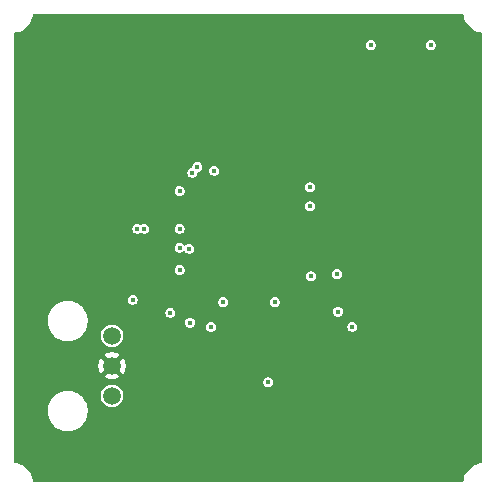
<source format=gbr>
%TF.GenerationSoftware,KiCad,Pcbnew,9.0.3*%
%TF.CreationDate,2025-07-26T12:32:41+02:00*%
%TF.ProjectId,DigitalAudioProcessor,44696769-7461-46c4-9175-64696f50726f,rev?*%
%TF.SameCoordinates,Original*%
%TF.FileFunction,Copper,L2,Inr*%
%TF.FilePolarity,Positive*%
%FSLAX46Y46*%
G04 Gerber Fmt 4.6, Leading zero omitted, Abs format (unit mm)*
G04 Created by KiCad (PCBNEW 9.0.3) date 2025-07-26 12:32:41*
%MOMM*%
%LPD*%
G01*
G04 APERTURE LIST*
%TA.AperFunction,ComponentPad*%
%ADD10C,1.500000*%
%TD*%
%TA.AperFunction,ViaPad*%
%ADD11C,0.450000*%
%TD*%
G04 APERTURE END LIST*
D10*
%TO.N,/SPDIF_IN*%
%TO.C,U1*%
X138450000Y-112540000D03*
%TO.N,GND*%
X138450000Y-110000000D03*
%TO.N,Net-(U1-VCC)*%
X138450000Y-107460000D03*
%TD*%
D11*
%TO.N,GND*%
X136200000Y-100400000D03*
X142625000Y-101900000D03*
X142630000Y-97700000D03*
X160700000Y-100800000D03*
X144700000Y-115000000D03*
X154800000Y-83400000D03*
X161825000Y-96700000D03*
X147100000Y-91925000D03*
X140800000Y-118600000D03*
X151100000Y-97600000D03*
X135337500Y-87475000D03*
X151100000Y-99000000D03*
X156500000Y-92500000D03*
X152500000Y-96200000D03*
X139000000Y-102900000D03*
X152500000Y-97600000D03*
X147600000Y-113900000D03*
X166400000Y-115700000D03*
X167500000Y-102900000D03*
X145890000Y-102750000D03*
X168300000Y-97700000D03*
X142625000Y-95200000D03*
X149700000Y-101800000D03*
X152500000Y-100400000D03*
X159800000Y-109700000D03*
X138830000Y-83100000D03*
X155100000Y-91800000D03*
X149000000Y-108900000D03*
X131300000Y-97400000D03*
X167400000Y-107300000D03*
X149700000Y-99000000D03*
X162637500Y-92900000D03*
X168300000Y-90000000D03*
X160500000Y-105900000D03*
X137100000Y-92400000D03*
X134100000Y-83400000D03*
X157800000Y-116500000D03*
X148300000Y-99000000D03*
X150200000Y-88500000D03*
X156800000Y-115000000D03*
X146900000Y-97600000D03*
X140000000Y-96800000D03*
X161700000Y-117800000D03*
X150600000Y-92500000D03*
X144870000Y-86790000D03*
X149700000Y-97600000D03*
X142625000Y-100000000D03*
X152500000Y-101800000D03*
X156775000Y-94900000D03*
X152500000Y-106100000D03*
X143925000Y-93400000D03*
X142200000Y-110300000D03*
X142100000Y-89200000D03*
X137840000Y-81650000D03*
X146900000Y-101800000D03*
X147600000Y-103715835D03*
X136837500Y-88575000D03*
X133800000Y-118400000D03*
X142625000Y-96800000D03*
X149700000Y-96200000D03*
X155740000Y-84790000D03*
X131200000Y-101600000D03*
X155300000Y-103975000D03*
X155400000Y-110600000D03*
X151100000Y-96200000D03*
X158190000Y-93460000D03*
X143300000Y-106800000D03*
X136200000Y-102200000D03*
X152500000Y-99000000D03*
X168800000Y-84900000D03*
X136200000Y-101300000D03*
X143580000Y-82870000D03*
X145600000Y-95200000D03*
X148300000Y-96200000D03*
X148300000Y-97600000D03*
X149500000Y-118100000D03*
X152100000Y-91900000D03*
X132600000Y-110000000D03*
X162900000Y-81300000D03*
X146900000Y-96200000D03*
X164800000Y-108600000D03*
X146700000Y-81200000D03*
X159900000Y-95600000D03*
X141500000Y-91700000D03*
X141980000Y-84540000D03*
X152500000Y-110600000D03*
X163500000Y-107600000D03*
X148300000Y-100400000D03*
X146900000Y-100400000D03*
X149700000Y-100400000D03*
X153775000Y-104600000D03*
X146900000Y-99000000D03*
X159700000Y-98600000D03*
X160300000Y-102300000D03*
X145900000Y-109100000D03*
X167120000Y-91050000D03*
X151100000Y-100400000D03*
X145700000Y-116500000D03*
X163900000Y-111600000D03*
X148300000Y-101800000D03*
X164600000Y-99600000D03*
X159500000Y-112300000D03*
X151100000Y-101800000D03*
X156775000Y-96500000D03*
X162900000Y-84100000D03*
X133837500Y-88575000D03*
%TO.N,+3.3V*%
X144175000Y-98400000D03*
X145690000Y-93160000D03*
X144175000Y-95200000D03*
X155225000Y-94900000D03*
X160360000Y-82850000D03*
X145260000Y-93650000D03*
X147875000Y-104600000D03*
X144175000Y-101900000D03*
X140200000Y-104412500D03*
X155300000Y-102425000D03*
X144175000Y-100000000D03*
%TO.N,Net-(J1-Pin_5)*%
X145000000Y-100080000D03*
X165440000Y-82850000D03*
%TO.N,/SPDIF_IN*%
X151690000Y-111390000D03*
%TO.N,VCC*%
X152225000Y-104600000D03*
X147107322Y-93492678D03*
X155225000Y-96500000D03*
X140600000Y-98400000D03*
X141200000Y-98400000D03*
%TO.N,/I2S_OUT_BCK*%
X157510000Y-102220000D03*
X146830000Y-106700000D03*
%TO.N,/I2S_OUT_DATA*%
X157580000Y-105410000D03*
X145060000Y-106340000D03*
%TO.N,/I2S_OUT_LRCK*%
X158800000Y-106700000D03*
X143400000Y-105500000D03*
%TD*%
%TA.AperFunction,Conductor*%
%TO.N,GND*%
G36*
X168197789Y-80222174D02*
G01*
X168218830Y-80264841D01*
X168230305Y-80352006D01*
X168291393Y-80579991D01*
X168381714Y-80798045D01*
X168381715Y-80798048D01*
X168499724Y-81002446D01*
X168499728Y-81002452D01*
X168643408Y-81189699D01*
X168810300Y-81356591D01*
X168997547Y-81500271D01*
X168997553Y-81500275D01*
X169201951Y-81618284D01*
X169420007Y-81708606D01*
X169647986Y-81769693D01*
X169647992Y-81769693D01*
X169647993Y-81769694D01*
X169666134Y-81772082D01*
X169735158Y-81781169D01*
X169784208Y-81809487D01*
X169799500Y-81854536D01*
X169799500Y-118145462D01*
X169777826Y-118197788D01*
X169735160Y-118218829D01*
X169647992Y-118230306D01*
X169647990Y-118230306D01*
X169647986Y-118230307D01*
X169544580Y-118258014D01*
X169420008Y-118291393D01*
X169201954Y-118381714D01*
X169201951Y-118381715D01*
X168997553Y-118499724D01*
X168997547Y-118499728D01*
X168810300Y-118643408D01*
X168643408Y-118810300D01*
X168499728Y-118997547D01*
X168499724Y-118997553D01*
X168381715Y-119201951D01*
X168381714Y-119201954D01*
X168291393Y-119420008D01*
X168230305Y-119647993D01*
X168218830Y-119735159D01*
X168190511Y-119784208D01*
X168145463Y-119799500D01*
X131854537Y-119799500D01*
X131802211Y-119777826D01*
X131781170Y-119735159D01*
X131769694Y-119647993D01*
X131769693Y-119647992D01*
X131769693Y-119647986D01*
X131708606Y-119420007D01*
X131618284Y-119201951D01*
X131604107Y-119177395D01*
X131500275Y-118997553D01*
X131500271Y-118997547D01*
X131356591Y-118810300D01*
X131189699Y-118643408D01*
X131002452Y-118499728D01*
X131002446Y-118499724D01*
X130798048Y-118381715D01*
X130798045Y-118381714D01*
X130579991Y-118291393D01*
X130501015Y-118270232D01*
X130352014Y-118230307D01*
X130352007Y-118230306D01*
X130264840Y-118218829D01*
X130215791Y-118190510D01*
X130200500Y-118145462D01*
X130200500Y-113698544D01*
X132999500Y-113698544D01*
X132999500Y-113921455D01*
X133028595Y-114142461D01*
X133086290Y-114357782D01*
X133171591Y-114563717D01*
X133171594Y-114563725D01*
X133283049Y-114756770D01*
X133283053Y-114756776D01*
X133418747Y-114933618D01*
X133576381Y-115091252D01*
X133753223Y-115226946D01*
X133753226Y-115226948D01*
X133946274Y-115338405D01*
X134152219Y-115423710D01*
X134367537Y-115481404D01*
X134588543Y-115510500D01*
X134588545Y-115510500D01*
X134811455Y-115510500D01*
X134811457Y-115510500D01*
X135032463Y-115481404D01*
X135247781Y-115423710D01*
X135453726Y-115338405D01*
X135646774Y-115226948D01*
X135742309Y-115153641D01*
X135823618Y-115091252D01*
X135823619Y-115091250D01*
X135823624Y-115091247D01*
X135981247Y-114933624D01*
X136116948Y-114756774D01*
X136228405Y-114563726D01*
X136313710Y-114357781D01*
X136371404Y-114142463D01*
X136400500Y-113921457D01*
X136400500Y-113698543D01*
X136371404Y-113477537D01*
X136313710Y-113262219D01*
X136228405Y-113056274D01*
X136116948Y-112863226D01*
X136116946Y-112863223D01*
X135981252Y-112686381D01*
X135823618Y-112528747D01*
X135788052Y-112501457D01*
X135716279Y-112446384D01*
X137499500Y-112446384D01*
X137499500Y-112633615D01*
X137536025Y-112817244D01*
X137536027Y-112817251D01*
X137555070Y-112863226D01*
X137607678Y-112990231D01*
X137711698Y-113145908D01*
X137844092Y-113278302D01*
X137999769Y-113382322D01*
X138172749Y-113453973D01*
X138356384Y-113490500D01*
X138356385Y-113490500D01*
X138543615Y-113490500D01*
X138543616Y-113490500D01*
X138727251Y-113453973D01*
X138900231Y-113382322D01*
X139055908Y-113278302D01*
X139188302Y-113145908D01*
X139292322Y-112990231D01*
X139363973Y-112817251D01*
X139400500Y-112633616D01*
X139400500Y-112446384D01*
X139363973Y-112262749D01*
X139292322Y-112089769D01*
X139188302Y-111934092D01*
X139055908Y-111801698D01*
X138900231Y-111697678D01*
X138900228Y-111697676D01*
X138900227Y-111697676D01*
X138727251Y-111626027D01*
X138727244Y-111626025D01*
X138588902Y-111598507D01*
X138543616Y-111589500D01*
X138356384Y-111589500D01*
X138320056Y-111596725D01*
X138172755Y-111626025D01*
X138172748Y-111626027D01*
X137999772Y-111697676D01*
X137844092Y-111801697D01*
X137844091Y-111801699D01*
X137711699Y-111934091D01*
X137711697Y-111934092D01*
X137607676Y-112089772D01*
X137536027Y-112262748D01*
X137536025Y-112262755D01*
X137499500Y-112446384D01*
X135716279Y-112446384D01*
X135646776Y-112393053D01*
X135646770Y-112393049D01*
X135453725Y-112281594D01*
X135453717Y-112281591D01*
X135247782Y-112196290D01*
X135032461Y-112138595D01*
X134869647Y-112117160D01*
X134811457Y-112109500D01*
X134588543Y-112109500D01*
X134537122Y-112116269D01*
X134367538Y-112138595D01*
X134152217Y-112196290D01*
X133946282Y-112281591D01*
X133946274Y-112281594D01*
X133753229Y-112393049D01*
X133753223Y-112393053D01*
X133576381Y-112528747D01*
X133418747Y-112686381D01*
X133283053Y-112863223D01*
X133283049Y-112863229D01*
X133171594Y-113056274D01*
X133171591Y-113056282D01*
X133086290Y-113262217D01*
X133028595Y-113477538D01*
X132999500Y-113698544D01*
X130200500Y-113698544D01*
X130200500Y-111333979D01*
X151264500Y-111333979D01*
X151264500Y-111446020D01*
X151293495Y-111554232D01*
X151293496Y-111554235D01*
X151293497Y-111554237D01*
X151349515Y-111651263D01*
X151428737Y-111730485D01*
X151525763Y-111786503D01*
X151633979Y-111815499D01*
X151633980Y-111815500D01*
X151633982Y-111815500D01*
X151746020Y-111815500D01*
X151746020Y-111815499D01*
X151854237Y-111786503D01*
X151951263Y-111730485D01*
X152030485Y-111651263D01*
X152086503Y-111554237D01*
X152115499Y-111446020D01*
X152115500Y-111446020D01*
X152115500Y-111333980D01*
X152115499Y-111333979D01*
X152086504Y-111225767D01*
X152086503Y-111225763D01*
X152030485Y-111128737D01*
X151951263Y-111049515D01*
X151854241Y-110993499D01*
X151854232Y-110993495D01*
X151746020Y-110964500D01*
X151746018Y-110964500D01*
X151633982Y-110964500D01*
X151633980Y-110964500D01*
X151525767Y-110993495D01*
X151525758Y-110993499D01*
X151428736Y-111049515D01*
X151349515Y-111128736D01*
X151293499Y-111225758D01*
X151293495Y-111225767D01*
X151264500Y-111333979D01*
X130200500Y-111333979D01*
X130200500Y-109909491D01*
X137300000Y-109909491D01*
X137300000Y-110090508D01*
X137328316Y-110269289D01*
X137328319Y-110269302D01*
X137384251Y-110441443D01*
X137466431Y-110602728D01*
X137507668Y-110659487D01*
X138063629Y-110103525D01*
X138077259Y-110154394D01*
X138129920Y-110245606D01*
X138204394Y-110320080D01*
X138295606Y-110372741D01*
X138346471Y-110386370D01*
X137790511Y-110942331D01*
X137847266Y-110983566D01*
X138008556Y-111065748D01*
X138008555Y-111065748D01*
X138180697Y-111121680D01*
X138180710Y-111121683D01*
X138359491Y-111150000D01*
X138540509Y-111150000D01*
X138719289Y-111121683D01*
X138719302Y-111121680D01*
X138891443Y-111065748D01*
X139052729Y-110983568D01*
X139109487Y-110942331D01*
X138553528Y-110386370D01*
X138604394Y-110372741D01*
X138695606Y-110320080D01*
X138770080Y-110245606D01*
X138822741Y-110154394D01*
X138836370Y-110103527D01*
X139392331Y-110659487D01*
X139433568Y-110602729D01*
X139515748Y-110441443D01*
X139571680Y-110269302D01*
X139571683Y-110269289D01*
X139600000Y-110090508D01*
X139600000Y-109909491D01*
X139571683Y-109730710D01*
X139571680Y-109730697D01*
X139515748Y-109558556D01*
X139433566Y-109397267D01*
X139433566Y-109397266D01*
X139392331Y-109340511D01*
X138836370Y-109896471D01*
X138822741Y-109845606D01*
X138770080Y-109754394D01*
X138695606Y-109679920D01*
X138604394Y-109627259D01*
X138553525Y-109613629D01*
X139109487Y-109057668D01*
X139052728Y-109016431D01*
X138891443Y-108934251D01*
X138891444Y-108934251D01*
X138719302Y-108878319D01*
X138719289Y-108878316D01*
X138540509Y-108850000D01*
X138359491Y-108850000D01*
X138180710Y-108878316D01*
X138180697Y-108878319D01*
X138008558Y-108934250D01*
X137847268Y-109016431D01*
X137790511Y-109057667D01*
X137790511Y-109057668D01*
X138346472Y-109613629D01*
X138295606Y-109627259D01*
X138204394Y-109679920D01*
X138129920Y-109754394D01*
X138077259Y-109845606D01*
X138063629Y-109896472D01*
X137507668Y-109340511D01*
X137507667Y-109340511D01*
X137466431Y-109397268D01*
X137384250Y-109558558D01*
X137328319Y-109730697D01*
X137328316Y-109730710D01*
X137300000Y-109909491D01*
X130200500Y-109909491D01*
X130200500Y-106078543D01*
X132999500Y-106078543D01*
X132999500Y-106301457D01*
X132999769Y-106303497D01*
X133028595Y-106522461D01*
X133086290Y-106737782D01*
X133171591Y-106943717D01*
X133171594Y-106943725D01*
X133283049Y-107136770D01*
X133283053Y-107136776D01*
X133418747Y-107313618D01*
X133576381Y-107471252D01*
X133753223Y-107606946D01*
X133753226Y-107606948D01*
X133946274Y-107718405D01*
X134152219Y-107803710D01*
X134367537Y-107861404D01*
X134588543Y-107890500D01*
X134588545Y-107890500D01*
X134811455Y-107890500D01*
X134811457Y-107890500D01*
X135032463Y-107861404D01*
X135247781Y-107803710D01*
X135453726Y-107718405D01*
X135646774Y-107606948D01*
X135742309Y-107533641D01*
X135823618Y-107471252D01*
X135823619Y-107471250D01*
X135823624Y-107471247D01*
X135928487Y-107366384D01*
X137499500Y-107366384D01*
X137499500Y-107553615D01*
X137536025Y-107737244D01*
X137536027Y-107737251D01*
X137607678Y-107910231D01*
X137711698Y-108065908D01*
X137844092Y-108198302D01*
X137999769Y-108302322D01*
X138172749Y-108373973D01*
X138356384Y-108410500D01*
X138356385Y-108410500D01*
X138543615Y-108410500D01*
X138543616Y-108410500D01*
X138727251Y-108373973D01*
X138900231Y-108302322D01*
X139055908Y-108198302D01*
X139188302Y-108065908D01*
X139292322Y-107910231D01*
X139363973Y-107737251D01*
X139400500Y-107553616D01*
X139400500Y-107366384D01*
X139363973Y-107182749D01*
X139292322Y-107009769D01*
X139188302Y-106854092D01*
X139055908Y-106721698D01*
X138900231Y-106617678D01*
X138900228Y-106617676D01*
X138900227Y-106617676D01*
X138727251Y-106546027D01*
X138727244Y-106546025D01*
X138588902Y-106518507D01*
X138543616Y-106509500D01*
X138356384Y-106509500D01*
X138320056Y-106516725D01*
X138172755Y-106546025D01*
X138172748Y-106546027D01*
X137999772Y-106617676D01*
X137844092Y-106721697D01*
X137844091Y-106721699D01*
X137711699Y-106854091D01*
X137711697Y-106854092D01*
X137607676Y-107009772D01*
X137536027Y-107182748D01*
X137536025Y-107182755D01*
X137499500Y-107366384D01*
X135928487Y-107366384D01*
X135981247Y-107313624D01*
X136116948Y-107136774D01*
X136228405Y-106943726D01*
X136313710Y-106737781D01*
X136371404Y-106522463D01*
X136400500Y-106301457D01*
X136400500Y-106283979D01*
X144634500Y-106283979D01*
X144634500Y-106396020D01*
X144663495Y-106504232D01*
X144663499Y-106504241D01*
X144681701Y-106535767D01*
X144719515Y-106601263D01*
X144798737Y-106680485D01*
X144895763Y-106736503D01*
X145003979Y-106765499D01*
X145003980Y-106765500D01*
X145003982Y-106765500D01*
X145116020Y-106765500D01*
X145116020Y-106765499D01*
X145224237Y-106736503D01*
X145321263Y-106680485D01*
X145357769Y-106643979D01*
X146404500Y-106643979D01*
X146404500Y-106756020D01*
X146433495Y-106864232D01*
X146433496Y-106864235D01*
X146433497Y-106864237D01*
X146489515Y-106961263D01*
X146568737Y-107040485D01*
X146665763Y-107096503D01*
X146773979Y-107125499D01*
X146773980Y-107125500D01*
X146773982Y-107125500D01*
X146886020Y-107125500D01*
X146886020Y-107125499D01*
X146994237Y-107096503D01*
X147091263Y-107040485D01*
X147170485Y-106961263D01*
X147226503Y-106864237D01*
X147255499Y-106756020D01*
X147255500Y-106756020D01*
X147255500Y-106643980D01*
X147255499Y-106643979D01*
X158374500Y-106643979D01*
X158374500Y-106756020D01*
X158403495Y-106864232D01*
X158403496Y-106864235D01*
X158403497Y-106864237D01*
X158459515Y-106961263D01*
X158538737Y-107040485D01*
X158635763Y-107096503D01*
X158743979Y-107125499D01*
X158743980Y-107125500D01*
X158743982Y-107125500D01*
X158856020Y-107125500D01*
X158856020Y-107125499D01*
X158964237Y-107096503D01*
X159061263Y-107040485D01*
X159140485Y-106961263D01*
X159196503Y-106864237D01*
X159225499Y-106756020D01*
X159225500Y-106756020D01*
X159225500Y-106643980D01*
X159225499Y-106643979D01*
X159214053Y-106601263D01*
X159196503Y-106535763D01*
X159140485Y-106438737D01*
X159061263Y-106359515D01*
X158964241Y-106303499D01*
X158964232Y-106303495D01*
X158856020Y-106274500D01*
X158856018Y-106274500D01*
X158743982Y-106274500D01*
X158743980Y-106274500D01*
X158635767Y-106303495D01*
X158635758Y-106303499D01*
X158538736Y-106359515D01*
X158459515Y-106438736D01*
X158403499Y-106535758D01*
X158403495Y-106535767D01*
X158374500Y-106643979D01*
X147255499Y-106643979D01*
X147244053Y-106601263D01*
X147226503Y-106535763D01*
X147170485Y-106438737D01*
X147091263Y-106359515D01*
X146994241Y-106303499D01*
X146994232Y-106303495D01*
X146886020Y-106274500D01*
X146886018Y-106274500D01*
X146773982Y-106274500D01*
X146773980Y-106274500D01*
X146665767Y-106303495D01*
X146665758Y-106303499D01*
X146568736Y-106359515D01*
X146489515Y-106438736D01*
X146433499Y-106535758D01*
X146433495Y-106535767D01*
X146404500Y-106643979D01*
X145357769Y-106643979D01*
X145400485Y-106601263D01*
X145456503Y-106504237D01*
X145485499Y-106396020D01*
X145485500Y-106396020D01*
X145485500Y-106283980D01*
X145485499Y-106283979D01*
X145456504Y-106175767D01*
X145456503Y-106175763D01*
X145400485Y-106078737D01*
X145321263Y-105999515D01*
X145224241Y-105943499D01*
X145224232Y-105943495D01*
X145116020Y-105914500D01*
X145116018Y-105914500D01*
X145003982Y-105914500D01*
X145003980Y-105914500D01*
X144895767Y-105943495D01*
X144895758Y-105943499D01*
X144798736Y-105999515D01*
X144719515Y-106078736D01*
X144663499Y-106175758D01*
X144663495Y-106175767D01*
X144634500Y-106283979D01*
X136400500Y-106283979D01*
X136400500Y-106078543D01*
X136371404Y-105857537D01*
X136313710Y-105642219D01*
X136278005Y-105556020D01*
X136241319Y-105467450D01*
X136231597Y-105443980D01*
X136231597Y-105443979D01*
X142974500Y-105443979D01*
X142974500Y-105556020D01*
X143003495Y-105664232D01*
X143003496Y-105664235D01*
X143003497Y-105664237D01*
X143059515Y-105761263D01*
X143138737Y-105840485D01*
X143235763Y-105896503D01*
X143343979Y-105925499D01*
X143343980Y-105925500D01*
X143343982Y-105925500D01*
X143456020Y-105925500D01*
X143456020Y-105925499D01*
X143564237Y-105896503D01*
X143661263Y-105840485D01*
X143740485Y-105761263D01*
X143796503Y-105664237D01*
X143825499Y-105556020D01*
X143825500Y-105556020D01*
X143825500Y-105443980D01*
X143825499Y-105443979D01*
X143823434Y-105436274D01*
X143801384Y-105353979D01*
X157154500Y-105353979D01*
X157154500Y-105466020D01*
X157183495Y-105574232D01*
X157183496Y-105574235D01*
X157183497Y-105574237D01*
X157239515Y-105671263D01*
X157318737Y-105750485D01*
X157415763Y-105806503D01*
X157523979Y-105835499D01*
X157523980Y-105835500D01*
X157523982Y-105835500D01*
X157636020Y-105835500D01*
X157636020Y-105835499D01*
X157744237Y-105806503D01*
X157841263Y-105750485D01*
X157920485Y-105671263D01*
X157976503Y-105574237D01*
X158005499Y-105466020D01*
X158005500Y-105466020D01*
X158005500Y-105353980D01*
X158005499Y-105353979D01*
X157976504Y-105245767D01*
X157976503Y-105245763D01*
X157920485Y-105148737D01*
X157841263Y-105069515D01*
X157765025Y-105025499D01*
X157744241Y-105013499D01*
X157744232Y-105013495D01*
X157636020Y-104984500D01*
X157636018Y-104984500D01*
X157523982Y-104984500D01*
X157523980Y-104984500D01*
X157415767Y-105013495D01*
X157415758Y-105013499D01*
X157318736Y-105069515D01*
X157239515Y-105148736D01*
X157183499Y-105245758D01*
X157183495Y-105245767D01*
X157154500Y-105353979D01*
X143801384Y-105353979D01*
X143796503Y-105335763D01*
X143740485Y-105238737D01*
X143661263Y-105159515D01*
X143642593Y-105148736D01*
X143564241Y-105103499D01*
X143564232Y-105103495D01*
X143456020Y-105074500D01*
X143456018Y-105074500D01*
X143343982Y-105074500D01*
X143343980Y-105074500D01*
X143235767Y-105103495D01*
X143235758Y-105103499D01*
X143138736Y-105159515D01*
X143059515Y-105238736D01*
X143003499Y-105335758D01*
X143003495Y-105335767D01*
X142974500Y-105443979D01*
X136231597Y-105443979D01*
X136228405Y-105436274D01*
X136189151Y-105368284D01*
X136116950Y-105243229D01*
X136116946Y-105243223D01*
X135981252Y-105066381D01*
X135823618Y-104908747D01*
X135646776Y-104773053D01*
X135646770Y-104773049D01*
X135453725Y-104661594D01*
X135453717Y-104661591D01*
X135247782Y-104576290D01*
X135032461Y-104518595D01*
X134869647Y-104497160D01*
X134811457Y-104489500D01*
X134588543Y-104489500D01*
X134537122Y-104496269D01*
X134367538Y-104518595D01*
X134152217Y-104576290D01*
X133946282Y-104661591D01*
X133946274Y-104661594D01*
X133753229Y-104773049D01*
X133753223Y-104773053D01*
X133576381Y-104908747D01*
X133418747Y-105066381D01*
X133283053Y-105243223D01*
X133283049Y-105243229D01*
X133171594Y-105436274D01*
X133171591Y-105436282D01*
X133086290Y-105642217D01*
X133028595Y-105857538D01*
X133009904Y-105999515D01*
X132999500Y-106078543D01*
X130200500Y-106078543D01*
X130200500Y-104356479D01*
X139774500Y-104356479D01*
X139774500Y-104468520D01*
X139803495Y-104576732D01*
X139803496Y-104576735D01*
X139803497Y-104576737D01*
X139859515Y-104673763D01*
X139938737Y-104752985D01*
X140035763Y-104809003D01*
X140143979Y-104837999D01*
X140143980Y-104838000D01*
X140143982Y-104838000D01*
X140256020Y-104838000D01*
X140256020Y-104837999D01*
X140364237Y-104809003D01*
X140461263Y-104752985D01*
X140540485Y-104673763D01*
X140596503Y-104576737D01*
X140605280Y-104543980D01*
X140605280Y-104543979D01*
X147449500Y-104543979D01*
X147449500Y-104656020D01*
X147478495Y-104764232D01*
X147478499Y-104764241D01*
X147521084Y-104838000D01*
X147534515Y-104861263D01*
X147613737Y-104940485D01*
X147710763Y-104996503D01*
X147818979Y-105025499D01*
X147818980Y-105025500D01*
X147818982Y-105025500D01*
X147931020Y-105025500D01*
X147931020Y-105025499D01*
X148039237Y-104996503D01*
X148136263Y-104940485D01*
X148215485Y-104861263D01*
X148271503Y-104764237D01*
X148300499Y-104656020D01*
X148300500Y-104656020D01*
X148300500Y-104543980D01*
X148300499Y-104543979D01*
X151799500Y-104543979D01*
X151799500Y-104656020D01*
X151828495Y-104764232D01*
X151828499Y-104764241D01*
X151871084Y-104838000D01*
X151884515Y-104861263D01*
X151963737Y-104940485D01*
X152060763Y-104996503D01*
X152168979Y-105025499D01*
X152168980Y-105025500D01*
X152168982Y-105025500D01*
X152281020Y-105025500D01*
X152281020Y-105025499D01*
X152389237Y-104996503D01*
X152486263Y-104940485D01*
X152565485Y-104861263D01*
X152621503Y-104764237D01*
X152650499Y-104656020D01*
X152650500Y-104656020D01*
X152650500Y-104543980D01*
X152650499Y-104543979D01*
X152643697Y-104518595D01*
X152621503Y-104435763D01*
X152565485Y-104338737D01*
X152486263Y-104259515D01*
X152466765Y-104248258D01*
X152389241Y-104203499D01*
X152389232Y-104203495D01*
X152281020Y-104174500D01*
X152281018Y-104174500D01*
X152168982Y-104174500D01*
X152168980Y-104174500D01*
X152060767Y-104203495D01*
X152060758Y-104203499D01*
X151963736Y-104259515D01*
X151884515Y-104338736D01*
X151828499Y-104435758D01*
X151828495Y-104435767D01*
X151799500Y-104543979D01*
X148300499Y-104543979D01*
X148293697Y-104518595D01*
X148271503Y-104435763D01*
X148215485Y-104338737D01*
X148136263Y-104259515D01*
X148116765Y-104248258D01*
X148039241Y-104203499D01*
X148039232Y-104203495D01*
X147931020Y-104174500D01*
X147931018Y-104174500D01*
X147818982Y-104174500D01*
X147818980Y-104174500D01*
X147710767Y-104203495D01*
X147710758Y-104203499D01*
X147613736Y-104259515D01*
X147534515Y-104338736D01*
X147478499Y-104435758D01*
X147478495Y-104435767D01*
X147449500Y-104543979D01*
X140605280Y-104543979D01*
X140611710Y-104519985D01*
X140611711Y-104519980D01*
X140625500Y-104468517D01*
X140625500Y-104356480D01*
X140625499Y-104356479D01*
X140596504Y-104248267D01*
X140596503Y-104248263D01*
X140540485Y-104151237D01*
X140461263Y-104072015D01*
X140364241Y-104015999D01*
X140364232Y-104015995D01*
X140256020Y-103987000D01*
X140256018Y-103987000D01*
X140143982Y-103987000D01*
X140143980Y-103987000D01*
X140035767Y-104015995D01*
X140035758Y-104015999D01*
X139938736Y-104072015D01*
X139859515Y-104151236D01*
X139803499Y-104248258D01*
X139803495Y-104248267D01*
X139774500Y-104356479D01*
X130200500Y-104356479D01*
X130200500Y-102368979D01*
X154874500Y-102368979D01*
X154874500Y-102481020D01*
X154903495Y-102589232D01*
X154903499Y-102589241D01*
X154935980Y-102645499D01*
X154959515Y-102686263D01*
X155038737Y-102765485D01*
X155135763Y-102821503D01*
X155243979Y-102850499D01*
X155243980Y-102850500D01*
X155243982Y-102850500D01*
X155356020Y-102850500D01*
X155356020Y-102850499D01*
X155464237Y-102821503D01*
X155561263Y-102765485D01*
X155640485Y-102686263D01*
X155696503Y-102589237D01*
X155725499Y-102481020D01*
X155725500Y-102481020D01*
X155725500Y-102368980D01*
X155725499Y-102368979D01*
X155700590Y-102276018D01*
X155696503Y-102260763D01*
X155640625Y-102163979D01*
X157084500Y-102163979D01*
X157084500Y-102276020D01*
X157113495Y-102384232D01*
X157113496Y-102384235D01*
X157113497Y-102384237D01*
X157169515Y-102481263D01*
X157248737Y-102560485D01*
X157345763Y-102616503D01*
X157453979Y-102645499D01*
X157453980Y-102645500D01*
X157453982Y-102645500D01*
X157566020Y-102645500D01*
X157566020Y-102645499D01*
X157674237Y-102616503D01*
X157771263Y-102560485D01*
X157850485Y-102481263D01*
X157906503Y-102384237D01*
X157935499Y-102276020D01*
X157935500Y-102276020D01*
X157935500Y-102163980D01*
X157935499Y-102163979D01*
X157906504Y-102055767D01*
X157906503Y-102055763D01*
X157850485Y-101958737D01*
X157771263Y-101879515D01*
X157709713Y-101843979D01*
X157674241Y-101823499D01*
X157674232Y-101823495D01*
X157566020Y-101794500D01*
X157566018Y-101794500D01*
X157453982Y-101794500D01*
X157453980Y-101794500D01*
X157345767Y-101823495D01*
X157345758Y-101823499D01*
X157248736Y-101879515D01*
X157169515Y-101958736D01*
X157113499Y-102055758D01*
X157113495Y-102055767D01*
X157084500Y-102163979D01*
X155640625Y-102163979D01*
X155640485Y-102163737D01*
X155561263Y-102084515D01*
X155464241Y-102028499D01*
X155464232Y-102028495D01*
X155356020Y-101999500D01*
X155356018Y-101999500D01*
X155243982Y-101999500D01*
X155243980Y-101999500D01*
X155135767Y-102028495D01*
X155135758Y-102028499D01*
X155038736Y-102084515D01*
X154959515Y-102163736D01*
X154903499Y-102260758D01*
X154903495Y-102260767D01*
X154874500Y-102368979D01*
X130200500Y-102368979D01*
X130200500Y-101843979D01*
X143749500Y-101843979D01*
X143749500Y-101956020D01*
X143778495Y-102064232D01*
X143778499Y-102064241D01*
X143834515Y-102161263D01*
X143913737Y-102240485D01*
X144010763Y-102296503D01*
X144118979Y-102325499D01*
X144118980Y-102325500D01*
X144118982Y-102325500D01*
X144231020Y-102325500D01*
X144231020Y-102325499D01*
X144339237Y-102296503D01*
X144436263Y-102240485D01*
X144515485Y-102161263D01*
X144571503Y-102064237D01*
X144600499Y-101956020D01*
X144600500Y-101956020D01*
X144600500Y-101843980D01*
X144600499Y-101843979D01*
X144595011Y-101823499D01*
X144571503Y-101735763D01*
X144515485Y-101638737D01*
X144436263Y-101559515D01*
X144339241Y-101503499D01*
X144339232Y-101503495D01*
X144231020Y-101474500D01*
X144231018Y-101474500D01*
X144118982Y-101474500D01*
X144118980Y-101474500D01*
X144010767Y-101503495D01*
X144010758Y-101503499D01*
X143913736Y-101559515D01*
X143834515Y-101638736D01*
X143778499Y-101735758D01*
X143778495Y-101735767D01*
X143749500Y-101843979D01*
X130200500Y-101843979D01*
X130200500Y-99943979D01*
X143749500Y-99943979D01*
X143749500Y-100056020D01*
X143778495Y-100164232D01*
X143778496Y-100164235D01*
X143778497Y-100164237D01*
X143834515Y-100261263D01*
X143913737Y-100340485D01*
X144010763Y-100396503D01*
X144118979Y-100425499D01*
X144118980Y-100425500D01*
X144118982Y-100425500D01*
X144231020Y-100425500D01*
X144231020Y-100425499D01*
X144339237Y-100396503D01*
X144436263Y-100340485D01*
X144509322Y-100267425D01*
X144561647Y-100245752D01*
X144613973Y-100267426D01*
X144625733Y-100282751D01*
X144659515Y-100341263D01*
X144738737Y-100420485D01*
X144835763Y-100476503D01*
X144943979Y-100505499D01*
X144943980Y-100505500D01*
X144943982Y-100505500D01*
X145056020Y-100505500D01*
X145056020Y-100505499D01*
X145164237Y-100476503D01*
X145261263Y-100420485D01*
X145340485Y-100341263D01*
X145396503Y-100244237D01*
X145425499Y-100136020D01*
X145425500Y-100136020D01*
X145425500Y-100023980D01*
X145425499Y-100023979D01*
X145396504Y-99915767D01*
X145396503Y-99915763D01*
X145340485Y-99818737D01*
X145261263Y-99739515D01*
X145259914Y-99738736D01*
X145164241Y-99683499D01*
X145164232Y-99683495D01*
X145056020Y-99654500D01*
X145056018Y-99654500D01*
X144943982Y-99654500D01*
X144943980Y-99654500D01*
X144835767Y-99683495D01*
X144835758Y-99683499D01*
X144738736Y-99739515D01*
X144665678Y-99812573D01*
X144613352Y-99834247D01*
X144561026Y-99812573D01*
X144549266Y-99797247D01*
X144515484Y-99738736D01*
X144436263Y-99659515D01*
X144339241Y-99603499D01*
X144339232Y-99603495D01*
X144231020Y-99574500D01*
X144231018Y-99574500D01*
X144118982Y-99574500D01*
X144118980Y-99574500D01*
X144010767Y-99603495D01*
X144010758Y-99603499D01*
X143913736Y-99659515D01*
X143834515Y-99738736D01*
X143778499Y-99835758D01*
X143778495Y-99835767D01*
X143749500Y-99943979D01*
X130200500Y-99943979D01*
X130200500Y-98343979D01*
X140174500Y-98343979D01*
X140174500Y-98456020D01*
X140203495Y-98564232D01*
X140203496Y-98564235D01*
X140203497Y-98564237D01*
X140259515Y-98661263D01*
X140338737Y-98740485D01*
X140435763Y-98796503D01*
X140543979Y-98825499D01*
X140543980Y-98825500D01*
X140543982Y-98825500D01*
X140656020Y-98825500D01*
X140656020Y-98825499D01*
X140764237Y-98796503D01*
X140861263Y-98740485D01*
X140861263Y-98740484D01*
X140863000Y-98739482D01*
X140919152Y-98732089D01*
X140937000Y-98739482D01*
X140938736Y-98740484D01*
X140938737Y-98740485D01*
X141035763Y-98796503D01*
X141143979Y-98825499D01*
X141143980Y-98825500D01*
X141143982Y-98825500D01*
X141256020Y-98825500D01*
X141256020Y-98825499D01*
X141364237Y-98796503D01*
X141461263Y-98740485D01*
X141540485Y-98661263D01*
X141596503Y-98564237D01*
X141625499Y-98456020D01*
X141625500Y-98456020D01*
X141625500Y-98343980D01*
X141625499Y-98343979D01*
X143749500Y-98343979D01*
X143749500Y-98456020D01*
X143778495Y-98564232D01*
X143778496Y-98564235D01*
X143778497Y-98564237D01*
X143834515Y-98661263D01*
X143913737Y-98740485D01*
X144010763Y-98796503D01*
X144118979Y-98825499D01*
X144118980Y-98825500D01*
X144118982Y-98825500D01*
X144231020Y-98825500D01*
X144231020Y-98825499D01*
X144339237Y-98796503D01*
X144436263Y-98740485D01*
X144515485Y-98661263D01*
X144571503Y-98564237D01*
X144600499Y-98456020D01*
X144600500Y-98456020D01*
X144600500Y-98343980D01*
X144600499Y-98343979D01*
X144571504Y-98235767D01*
X144571503Y-98235763D01*
X144515485Y-98138737D01*
X144436263Y-98059515D01*
X144339241Y-98003499D01*
X144339232Y-98003495D01*
X144231020Y-97974500D01*
X144231018Y-97974500D01*
X144118982Y-97974500D01*
X144118980Y-97974500D01*
X144010767Y-98003495D01*
X144010758Y-98003499D01*
X143913736Y-98059515D01*
X143834515Y-98138736D01*
X143778499Y-98235758D01*
X143778495Y-98235767D01*
X143749500Y-98343979D01*
X141625499Y-98343979D01*
X141596504Y-98235767D01*
X141596503Y-98235763D01*
X141540485Y-98138737D01*
X141461263Y-98059515D01*
X141364241Y-98003499D01*
X141364232Y-98003495D01*
X141256020Y-97974500D01*
X141256018Y-97974500D01*
X141143982Y-97974500D01*
X141143980Y-97974500D01*
X141035767Y-98003495D01*
X141035758Y-98003499D01*
X140937000Y-98060517D01*
X140880847Y-98067909D01*
X140863000Y-98060517D01*
X140764241Y-98003499D01*
X140764232Y-98003495D01*
X140656020Y-97974500D01*
X140656018Y-97974500D01*
X140543982Y-97974500D01*
X140543980Y-97974500D01*
X140435767Y-98003495D01*
X140435758Y-98003499D01*
X140338736Y-98059515D01*
X140259515Y-98138736D01*
X140203499Y-98235758D01*
X140203495Y-98235767D01*
X140174500Y-98343979D01*
X130200500Y-98343979D01*
X130200500Y-96443979D01*
X154799500Y-96443979D01*
X154799500Y-96556020D01*
X154828495Y-96664232D01*
X154828496Y-96664235D01*
X154828497Y-96664237D01*
X154884515Y-96761263D01*
X154963737Y-96840485D01*
X155060763Y-96896503D01*
X155168979Y-96925499D01*
X155168980Y-96925500D01*
X155168982Y-96925500D01*
X155281020Y-96925500D01*
X155281020Y-96925499D01*
X155389237Y-96896503D01*
X155486263Y-96840485D01*
X155565485Y-96761263D01*
X155621503Y-96664237D01*
X155650499Y-96556020D01*
X155650500Y-96556020D01*
X155650500Y-96443980D01*
X155650499Y-96443979D01*
X155621504Y-96335767D01*
X155621503Y-96335763D01*
X155565485Y-96238737D01*
X155486263Y-96159515D01*
X155389241Y-96103499D01*
X155389232Y-96103495D01*
X155281020Y-96074500D01*
X155281018Y-96074500D01*
X155168982Y-96074500D01*
X155168980Y-96074500D01*
X155060767Y-96103495D01*
X155060758Y-96103499D01*
X154963736Y-96159515D01*
X154884515Y-96238736D01*
X154828499Y-96335758D01*
X154828495Y-96335767D01*
X154799500Y-96443979D01*
X130200500Y-96443979D01*
X130200500Y-95143979D01*
X143749500Y-95143979D01*
X143749500Y-95256020D01*
X143778495Y-95364232D01*
X143778496Y-95364235D01*
X143778497Y-95364237D01*
X143834515Y-95461263D01*
X143913737Y-95540485D01*
X144010763Y-95596503D01*
X144118979Y-95625499D01*
X144118980Y-95625500D01*
X144118982Y-95625500D01*
X144231020Y-95625500D01*
X144231020Y-95625499D01*
X144339237Y-95596503D01*
X144436263Y-95540485D01*
X144515485Y-95461263D01*
X144571503Y-95364237D01*
X144600499Y-95256020D01*
X144600500Y-95256020D01*
X144600500Y-95143980D01*
X144600499Y-95143979D01*
X144579132Y-95064237D01*
X144571503Y-95035763D01*
X144515485Y-94938737D01*
X144436263Y-94859515D01*
X144409354Y-94843979D01*
X154799500Y-94843979D01*
X154799500Y-94956020D01*
X154828495Y-95064232D01*
X154828496Y-95064235D01*
X154828497Y-95064237D01*
X154884515Y-95161263D01*
X154963737Y-95240485D01*
X155060763Y-95296503D01*
X155168979Y-95325499D01*
X155168980Y-95325500D01*
X155168982Y-95325500D01*
X155281020Y-95325500D01*
X155281020Y-95325499D01*
X155389237Y-95296503D01*
X155486263Y-95240485D01*
X155565485Y-95161263D01*
X155621503Y-95064237D01*
X155650499Y-94956020D01*
X155650500Y-94956020D01*
X155650500Y-94843980D01*
X155650499Y-94843979D01*
X155639651Y-94803495D01*
X155621503Y-94735763D01*
X155565485Y-94638737D01*
X155486263Y-94559515D01*
X155389241Y-94503499D01*
X155389232Y-94503495D01*
X155281020Y-94474500D01*
X155281018Y-94474500D01*
X155168982Y-94474500D01*
X155168980Y-94474500D01*
X155060767Y-94503495D01*
X155060758Y-94503499D01*
X154963736Y-94559515D01*
X154884515Y-94638736D01*
X154828499Y-94735758D01*
X154828495Y-94735767D01*
X154799500Y-94843979D01*
X144409354Y-94843979D01*
X144339241Y-94803499D01*
X144339232Y-94803495D01*
X144231020Y-94774500D01*
X144231018Y-94774500D01*
X144118982Y-94774500D01*
X144118980Y-94774500D01*
X144010767Y-94803495D01*
X144010758Y-94803499D01*
X143913736Y-94859515D01*
X143834515Y-94938736D01*
X143778499Y-95035758D01*
X143778495Y-95035767D01*
X143749500Y-95143979D01*
X130200500Y-95143979D01*
X130200500Y-93593979D01*
X144834500Y-93593979D01*
X144834500Y-93706020D01*
X144863495Y-93814232D01*
X144863499Y-93814241D01*
X144919515Y-93911263D01*
X144998737Y-93990485D01*
X145095763Y-94046503D01*
X145203979Y-94075499D01*
X145203980Y-94075500D01*
X145203982Y-94075500D01*
X145316020Y-94075500D01*
X145316020Y-94075499D01*
X145424237Y-94046503D01*
X145521263Y-93990485D01*
X145600485Y-93911263D01*
X145656503Y-93814237D01*
X145685499Y-93706020D01*
X145685500Y-93706020D01*
X145685500Y-93658363D01*
X145707174Y-93606037D01*
X145741913Y-93588922D01*
X145741333Y-93586756D01*
X145816110Y-93566718D01*
X145854237Y-93556503D01*
X145951263Y-93500485D01*
X146015091Y-93436657D01*
X146681822Y-93436657D01*
X146681822Y-93548698D01*
X146710817Y-93656910D01*
X146710821Y-93656919D01*
X146739170Y-93706020D01*
X146766837Y-93753941D01*
X146846059Y-93833163D01*
X146943085Y-93889181D01*
X147051301Y-93918177D01*
X147051302Y-93918178D01*
X147051304Y-93918178D01*
X147163342Y-93918178D01*
X147163342Y-93918177D01*
X147271559Y-93889181D01*
X147368585Y-93833163D01*
X147447807Y-93753941D01*
X147503825Y-93656915D01*
X147532821Y-93548698D01*
X147532822Y-93548698D01*
X147532822Y-93436658D01*
X147532821Y-93436657D01*
X147503826Y-93328445D01*
X147503825Y-93328441D01*
X147447807Y-93231415D01*
X147368585Y-93152193D01*
X147367620Y-93151636D01*
X147271563Y-93096177D01*
X147271554Y-93096173D01*
X147163342Y-93067178D01*
X147163340Y-93067178D01*
X147051304Y-93067178D01*
X147051302Y-93067178D01*
X146943089Y-93096173D01*
X146943080Y-93096177D01*
X146846058Y-93152193D01*
X146766837Y-93231414D01*
X146710821Y-93328436D01*
X146710817Y-93328445D01*
X146681822Y-93436657D01*
X146015091Y-93436657D01*
X146030485Y-93421263D01*
X146037017Y-93409947D01*
X146045759Y-93394809D01*
X146067269Y-93357550D01*
X146086503Y-93324237D01*
X146115499Y-93216020D01*
X146115500Y-93216020D01*
X146115500Y-93103980D01*
X146115499Y-93103979D01*
X146113408Y-93096177D01*
X146086503Y-92995763D01*
X146030485Y-92898737D01*
X145951263Y-92819515D01*
X145854241Y-92763499D01*
X145854232Y-92763495D01*
X145746020Y-92734500D01*
X145746018Y-92734500D01*
X145633982Y-92734500D01*
X145633980Y-92734500D01*
X145525767Y-92763495D01*
X145525758Y-92763499D01*
X145428736Y-92819515D01*
X145349515Y-92898736D01*
X145293499Y-92995758D01*
X145293495Y-92995767D01*
X145264500Y-93103979D01*
X145264500Y-93151636D01*
X145242826Y-93203962D01*
X145208091Y-93221095D01*
X145208667Y-93223244D01*
X145095767Y-93253495D01*
X145095758Y-93253499D01*
X144998736Y-93309515D01*
X144919515Y-93388736D01*
X144863499Y-93485758D01*
X144863495Y-93485767D01*
X144834500Y-93593979D01*
X130200500Y-93593979D01*
X130200500Y-82793979D01*
X159934500Y-82793979D01*
X159934500Y-82906020D01*
X159963495Y-83014232D01*
X159963496Y-83014235D01*
X159963497Y-83014237D01*
X160019515Y-83111263D01*
X160098737Y-83190485D01*
X160195763Y-83246503D01*
X160303979Y-83275499D01*
X160303980Y-83275500D01*
X160303982Y-83275500D01*
X160416020Y-83275500D01*
X160416020Y-83275499D01*
X160524237Y-83246503D01*
X160621263Y-83190485D01*
X160700485Y-83111263D01*
X160756503Y-83014237D01*
X160785499Y-82906020D01*
X160785500Y-82906020D01*
X160785500Y-82793980D01*
X160785499Y-82793979D01*
X165014500Y-82793979D01*
X165014500Y-82906020D01*
X165043495Y-83014232D01*
X165043496Y-83014235D01*
X165043497Y-83014237D01*
X165099515Y-83111263D01*
X165178737Y-83190485D01*
X165275763Y-83246503D01*
X165383979Y-83275499D01*
X165383980Y-83275500D01*
X165383982Y-83275500D01*
X165496020Y-83275500D01*
X165496020Y-83275499D01*
X165604237Y-83246503D01*
X165701263Y-83190485D01*
X165780485Y-83111263D01*
X165836503Y-83014237D01*
X165865499Y-82906020D01*
X165865500Y-82906020D01*
X165865500Y-82793980D01*
X165865499Y-82793979D01*
X165836504Y-82685767D01*
X165836503Y-82685763D01*
X165780485Y-82588737D01*
X165701263Y-82509515D01*
X165604241Y-82453499D01*
X165604232Y-82453495D01*
X165496020Y-82424500D01*
X165496018Y-82424500D01*
X165383982Y-82424500D01*
X165383980Y-82424500D01*
X165275767Y-82453495D01*
X165275758Y-82453499D01*
X165178736Y-82509515D01*
X165099515Y-82588736D01*
X165043499Y-82685758D01*
X165043495Y-82685767D01*
X165014500Y-82793979D01*
X160785499Y-82793979D01*
X160756504Y-82685767D01*
X160756503Y-82685763D01*
X160700485Y-82588737D01*
X160621263Y-82509515D01*
X160524241Y-82453499D01*
X160524232Y-82453495D01*
X160416020Y-82424500D01*
X160416018Y-82424500D01*
X160303982Y-82424500D01*
X160303980Y-82424500D01*
X160195767Y-82453495D01*
X160195758Y-82453499D01*
X160098736Y-82509515D01*
X160019515Y-82588736D01*
X159963499Y-82685758D01*
X159963495Y-82685767D01*
X159934500Y-82793979D01*
X130200500Y-82793979D01*
X130200500Y-81854536D01*
X130222174Y-81802210D01*
X130264841Y-81781169D01*
X130352014Y-81769693D01*
X130579993Y-81708606D01*
X130798049Y-81618284D01*
X131002450Y-81500273D01*
X131189699Y-81356592D01*
X131356592Y-81189699D01*
X131500273Y-81002450D01*
X131618284Y-80798049D01*
X131708606Y-80579993D01*
X131769693Y-80352014D01*
X131770673Y-80344562D01*
X131781170Y-80264841D01*
X131809489Y-80215792D01*
X131854537Y-80200500D01*
X168145463Y-80200500D01*
X168197789Y-80222174D01*
G37*
%TD.AperFunction*%
%TD*%
M02*

</source>
